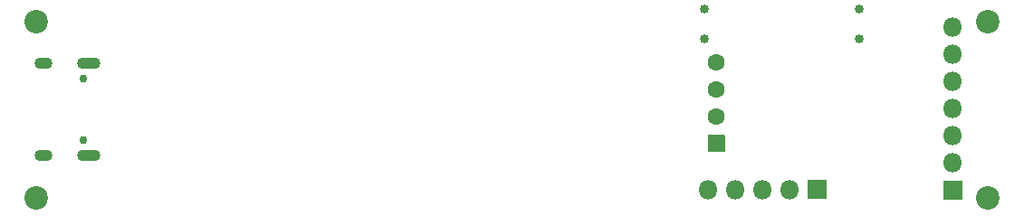
<source format=gbr>
%TF.GenerationSoftware,KiCad,Pcbnew,(5.1.10)-1*%
%TF.CreationDate,2021-05-06T00:31:15+08:00*%
%TF.ProjectId,wifivfd,77696669-7666-4642-9e6b-696361645f70,rev?*%
%TF.SameCoordinates,Original*%
%TF.FileFunction,Soldermask,Bot*%
%TF.FilePolarity,Negative*%
%FSLAX46Y46*%
G04 Gerber Fmt 4.6, Leading zero omitted, Abs format (unit mm)*
G04 Created by KiCad (PCBNEW (5.1.10)-1) date 2021-05-06 00:31:15*
%MOMM*%
%LPD*%
G01*
G04 APERTURE LIST*
%ADD10C,1.600000*%
%ADD11C,0.850000*%
%ADD12O,1.800000X1.800000*%
%ADD13O,2.200000X1.100000*%
%ADD14O,1.700000X1.100000*%
%ADD15C,0.750000*%
%ADD16C,2.200000*%
G04 APERTURE END LIST*
%TO.C,DHT11*%
G36*
G01*
X164800000Y-93950000D02*
X164800000Y-92450000D01*
G75*
G02*
X164850000Y-92400000I50000J0D01*
G01*
X166350000Y-92400000D01*
G75*
G02*
X166400000Y-92450000I0J-50000D01*
G01*
X166400000Y-93950000D01*
G75*
G02*
X166350000Y-94000000I-50000J0D01*
G01*
X164850000Y-94000000D01*
G75*
G02*
X164800000Y-93950000I0J50000D01*
G01*
G37*
D10*
X165600000Y-90660000D03*
X165600000Y-88120000D03*
X165600000Y-85580000D03*
%TD*%
D11*
%TO.C,Flash*%
X164500000Y-80625000D03*
X164500000Y-83375000D03*
%TD*%
%TO.C,RST*%
X179000000Y-80625000D03*
X179000000Y-83375000D03*
%TD*%
D12*
%TO.C,VFD*%
X187700000Y-82310000D03*
X187700000Y-84850000D03*
X187700000Y-87390000D03*
X187700000Y-89930000D03*
X187700000Y-92470000D03*
X187700000Y-95010000D03*
G36*
G01*
X188600000Y-96700000D02*
X188600000Y-98400000D01*
G75*
G02*
X188550000Y-98450000I-50000J0D01*
G01*
X186850000Y-98450000D01*
G75*
G02*
X186800000Y-98400000I0J50000D01*
G01*
X186800000Y-96700000D01*
G75*
G02*
X186850000Y-96650000I50000J0D01*
G01*
X188550000Y-96650000D01*
G75*
G02*
X188600000Y-96700000I0J-50000D01*
G01*
G37*
%TD*%
D13*
%TO.C,Type-C*%
X106905000Y-85680000D03*
X106905000Y-94320000D03*
D14*
X102725000Y-85680000D03*
X102725000Y-94320000D03*
D15*
X106405000Y-92890000D03*
X106405000Y-87110000D03*
%TD*%
D16*
%TO.C,REF\u002A\u002A*%
X191000000Y-98250000D03*
%TD*%
%TO.C,REF\u002A\u002A*%
X191000000Y-81750000D03*
%TD*%
%TO.C,REF\u002A\u002A*%
X102000000Y-98250000D03*
%TD*%
%TO.C,REF\u002A\u002A*%
X102000000Y-81750000D03*
%TD*%
%TO.C,I/O*%
G36*
G01*
X174150000Y-96600000D02*
X175850000Y-96600000D01*
G75*
G02*
X175900000Y-96650000I0J-50000D01*
G01*
X175900000Y-98350000D01*
G75*
G02*
X175850000Y-98400000I-50000J0D01*
G01*
X174150000Y-98400000D01*
G75*
G02*
X174100000Y-98350000I0J50000D01*
G01*
X174100000Y-96650000D01*
G75*
G02*
X174150000Y-96600000I50000J0D01*
G01*
G37*
D12*
X172460000Y-97500000D03*
X169920000Y-97500000D03*
X167380000Y-97500000D03*
X164840000Y-97500000D03*
%TD*%
M02*

</source>
